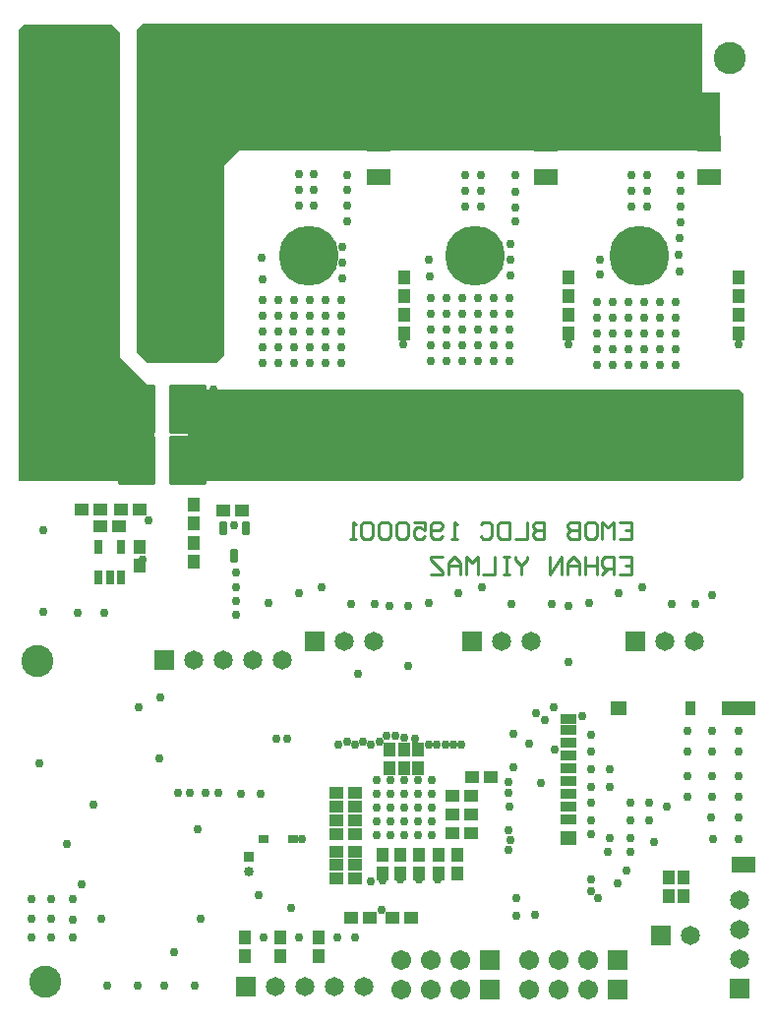
<source format=gbs>
%FSLAX44Y44*%
%MOMM*%
G71*
G01*
G75*
G04 Layer_Color=16711935*
%ADD10R,1.0000X0.9500*%
%ADD11R,1.6002X1.2700*%
%ADD12R,2.2000X1.1000*%
%ADD13R,0.9500X1.0000*%
%ADD14R,0.6500X0.4000*%
%ADD15O,0.6000X1.9000*%
%ADD16R,2.2000X1.4000*%
%ADD17R,0.9000X1.4000*%
%ADD18R,1.0000X0.4000*%
%ADD19R,0.8000X0.8000*%
%ADD20R,0.4000X1.4000*%
%ADD21R,2.3000X1.9000*%
%ADD22R,1.8000X1.9000*%
%ADD23R,1.1500X1.4000*%
%ADD24R,0.6000X1.2000*%
%ADD25R,0.8000X0.6000*%
%ADD26R,0.6000X0.8000*%
%ADD27R,0.5000X0.6000*%
%ADD28R,1.6000X3.9000*%
%ADD29R,2.1000X5.8000*%
%ADD30R,1.0000X0.6000*%
G04:AMPARAMS|DCode=31|XSize=1.05mm|YSize=3.82mm|CornerRadius=0.0525mm|HoleSize=0mm|Usage=FLASHONLY|Rotation=180.000|XOffset=0mm|YOffset=0mm|HoleType=Round|Shape=RoundedRectangle|*
%AMROUNDEDRECTD31*
21,1,1.0500,3.7150,0,0,180.0*
21,1,0.9450,3.8200,0,0,180.0*
1,1,0.1050,-0.4725,1.8575*
1,1,0.1050,0.4725,1.8575*
1,1,0.1050,0.4725,-1.8575*
1,1,0.1050,-0.4725,-1.8575*
%
%ADD31ROUNDEDRECTD31*%
G04:AMPARAMS|DCode=32|XSize=7.48mm|YSize=8.55mm|CornerRadius=0.0374mm|HoleSize=0mm|Usage=FLASHONLY|Rotation=90.000|XOffset=0mm|YOffset=0mm|HoleType=Round|Shape=RoundedRectangle|*
%AMROUNDEDRECTD32*
21,1,7.4800,8.4752,0,0,90.0*
21,1,7.4052,8.5500,0,0,90.0*
1,1,0.0748,4.2376,3.7026*
1,1,0.0748,4.2376,-3.7026*
1,1,0.0748,-4.2376,-3.7026*
1,1,0.0748,-4.2376,3.7026*
%
%ADD32ROUNDEDRECTD32*%
G04:AMPARAMS|DCode=33|XSize=0.6mm|YSize=1mm|CornerRadius=0.15mm|HoleSize=0mm|Usage=FLASHONLY|Rotation=90.000|XOffset=0mm|YOffset=0mm|HoleType=Round|Shape=RoundedRectangle|*
%AMROUNDEDRECTD33*
21,1,0.6000,0.7000,0,0,90.0*
21,1,0.3000,1.0000,0,0,90.0*
1,1,0.3000,0.3500,0.1500*
1,1,0.3000,0.3500,-0.1500*
1,1,0.3000,-0.3500,-0.1500*
1,1,0.3000,-0.3500,0.1500*
%
%ADD33ROUNDEDRECTD33*%
%ADD34R,1.8500X1.3000*%
%ADD35R,1.3000X1.8500*%
%ADD36O,1.6500X0.3000*%
%ADD37O,0.3000X1.6500*%
%ADD38R,7.0000X7.0000*%
%ADD39C,0.2500*%
%ADD40C,0.5000*%
%ADD41C,0.8000*%
%ADD42C,0.3500*%
%ADD43C,1.2000*%
%ADD44C,0.2540*%
%ADD45C,0.2032*%
%ADD46C,0.4000*%
%ADD47C,0.6000*%
%ADD48C,1.0000*%
%ADD49C,0.7500*%
%ADD50C,0.7620*%
%ADD51C,1.1000*%
%ADD52C,1.0160*%
%ADD53R,1.5500X1.5500*%
%ADD54C,1.5500*%
%ADD55C,1.5000*%
%ADD56R,1.5000X1.5000*%
%ADD57C,0.7000*%
%ADD58R,0.7000X0.7000*%
%ADD59R,1.5000X1.5000*%
%ADD60C,2.0000*%
G04:AMPARAMS|DCode=61|XSize=1.55mm|YSize=1.55mm|CornerRadius=0.0465mm|HoleSize=0mm|Usage=FLASHONLY|Rotation=180.000|XOffset=0mm|YOffset=0mm|HoleType=Round|Shape=RoundedRectangle|*
%AMROUNDEDRECTD61*
21,1,1.5500,1.4570,0,0,180.0*
21,1,1.4570,1.5500,0,0,180.0*
1,1,0.0930,-0.7285,0.7285*
1,1,0.0930,0.7285,0.7285*
1,1,0.0930,0.7285,-0.7285*
1,1,0.0930,-0.7285,-0.7285*
%
%ADD61ROUNDEDRECTD61*%
%ADD62C,0.6000*%
%ADD63C,5.0000*%
%ADD64R,1.9000X1.3000*%
%ADD65R,2.8000X1.0000*%
%ADD66R,0.8000X1.0000*%
%ADD67R,1.2000X0.7000*%
%ADD68R,1.2000X1.0000*%
%ADD69R,0.6000X1.0000*%
G04:AMPARAMS|DCode=70|XSize=0.6mm|YSize=1mm|CornerRadius=0.051mm|HoleSize=0mm|Usage=FLASHONLY|Rotation=180.000|XOffset=0mm|YOffset=0mm|HoleType=Round|Shape=RoundedRectangle|*
%AMROUNDEDRECTD70*
21,1,0.6000,0.8980,0,0,180.0*
21,1,0.4980,1.0000,0,0,180.0*
1,1,0.1020,-0.2490,0.4490*
1,1,0.1020,0.2490,0.4490*
1,1,0.1020,0.2490,-0.4490*
1,1,0.1020,-0.2490,-0.4490*
%
%ADD70ROUNDEDRECTD70*%
G04:AMPARAMS|DCode=71|XSize=3.1mm|YSize=4mm|CornerRadius=0.0465mm|HoleSize=0mm|Usage=FLASHONLY|Rotation=180.000|XOffset=0mm|YOffset=0mm|HoleType=Round|Shape=RoundedRectangle|*
%AMROUNDEDRECTD71*
21,1,3.1000,3.9070,0,0,180.0*
21,1,3.0070,4.0000,0,0,180.0*
1,1,0.0930,-1.5035,1.9535*
1,1,0.0930,1.5035,1.9535*
1,1,0.0930,1.5035,-1.9535*
1,1,0.0930,-1.5035,-1.9535*
%
%ADD71ROUNDEDRECTD71*%
%ADD72R,2.1590X2.7430*%
%ADD73C,0.1000*%
%ADD74C,0.1524*%
%ADD75C,0.2000*%
%ADD76C,0.2000*%
%ADD77C,0.1778*%
%ADD78C,0.1016*%
%ADD79C,0.3556*%
%ADD80R,0.8000X0.3000*%
%ADD81R,0.5080X2.1844*%
%ADD82R,1.6000X0.5000*%
%ADD83R,0.8250X0.2000*%
%ADD84R,1.1524X1.1024*%
%ADD85R,1.7526X1.4224*%
%ADD86R,2.3524X1.2524*%
%ADD87R,1.1024X1.1524*%
%ADD88R,0.8024X0.5524*%
%ADD89O,0.7524X2.0524*%
%ADD90R,2.3524X1.5524*%
%ADD91R,1.0524X1.5524*%
%ADD92R,1.2032X0.6032*%
%ADD93R,0.9524X0.9524*%
%ADD94R,0.5524X1.5524*%
%ADD95R,2.4524X2.0524*%
%ADD96R,1.9524X2.0524*%
%ADD97R,1.3024X1.5524*%
%ADD98R,0.7524X1.3524*%
%ADD99R,0.9524X0.7524*%
%ADD100R,0.7524X0.9524*%
%ADD101R,0.6000X0.7000*%
%ADD102R,1.7524X4.0524*%
%ADD103R,2.2524X5.9524*%
%ADD104R,1.1524X0.7524*%
G04:AMPARAMS|DCode=105|XSize=1.2024mm|YSize=3.9724mm|CornerRadius=0.1287mm|HoleSize=0mm|Usage=FLASHONLY|Rotation=180.000|XOffset=0mm|YOffset=0mm|HoleType=Round|Shape=RoundedRectangle|*
%AMROUNDEDRECTD105*
21,1,1.2024,3.7150,0,0,180.0*
21,1,0.9450,3.9724,0,0,180.0*
1,1,0.2574,-0.4725,1.8575*
1,1,0.2574,0.4725,1.8575*
1,1,0.2574,0.4725,-1.8575*
1,1,0.2574,-0.4725,-1.8575*
%
%ADD105ROUNDEDRECTD105*%
G04:AMPARAMS|DCode=106|XSize=7.6324mm|YSize=8.7024mm|CornerRadius=0.1136mm|HoleSize=0mm|Usage=FLASHONLY|Rotation=90.000|XOffset=0mm|YOffset=0mm|HoleType=Round|Shape=RoundedRectangle|*
%AMROUNDEDRECTD106*
21,1,7.6324,8.4752,0,0,90.0*
21,1,7.4052,8.7024,0,0,90.0*
1,1,0.2272,4.2376,3.7026*
1,1,0.2272,4.2376,-3.7026*
1,1,0.2272,-4.2376,-3.7026*
1,1,0.2272,-4.2376,3.7026*
%
%ADD106ROUNDEDRECTD106*%
G04:AMPARAMS|DCode=107|XSize=0.7524mm|YSize=1.1524mm|CornerRadius=0.2262mm|HoleSize=0mm|Usage=FLASHONLY|Rotation=90.000|XOffset=0mm|YOffset=0mm|HoleType=Round|Shape=RoundedRectangle|*
%AMROUNDEDRECTD107*
21,1,0.7524,0.7000,0,0,90.0*
21,1,0.3000,1.1524,0,0,90.0*
1,1,0.4524,0.3500,0.1500*
1,1,0.4524,0.3500,-0.1500*
1,1,0.4524,-0.3500,-0.1500*
1,1,0.4524,-0.3500,0.1500*
%
%ADD107ROUNDEDRECTD107*%
%ADD108R,2.0024X1.4524*%
%ADD109R,1.4524X2.0024*%
%ADD110O,1.8024X0.4524*%
%ADD111O,0.4524X1.8024*%
%ADD112R,7.1524X7.1524*%
%ADD113R,1.7024X1.7024*%
%ADD114C,1.7024*%
%ADD115C,1.6524*%
%ADD116R,1.6524X1.6524*%
%ADD117C,0.8524*%
%ADD118R,0.8524X0.8524*%
%ADD119R,1.6524X1.6524*%
%ADD120C,2.7620*%
G04:AMPARAMS|DCode=121|XSize=1.7024mm|YSize=1.7024mm|CornerRadius=0.1227mm|HoleSize=0mm|Usage=FLASHONLY|Rotation=180.000|XOffset=0mm|YOffset=0mm|HoleType=Round|Shape=RoundedRectangle|*
%AMROUNDEDRECTD121*
21,1,1.7024,1.4570,0,0,180.0*
21,1,1.4570,1.7024,0,0,180.0*
1,1,0.2454,-0.7285,0.7285*
1,1,0.2454,0.7285,0.7285*
1,1,0.2454,0.7285,-0.7285*
1,1,0.2454,-0.7285,-0.7285*
%
%ADD121ROUNDEDRECTD121*%
%ADD122C,0.7524*%
%ADD123C,5.1524*%
%ADD124R,2.0524X1.4524*%
%ADD125R,2.9524X1.1524*%
%ADD126R,0.9524X1.1524*%
%ADD127R,1.3524X0.8524*%
%ADD128R,1.3524X1.1524*%
%ADD129R,0.7524X1.1524*%
G04:AMPARAMS|DCode=130|XSize=0.7524mm|YSize=1.1524mm|CornerRadius=0.1272mm|HoleSize=0mm|Usage=FLASHONLY|Rotation=180.000|XOffset=0mm|YOffset=0mm|HoleType=Round|Shape=RoundedRectangle|*
%AMROUNDEDRECTD130*
21,1,0.7524,0.8980,0,0,180.0*
21,1,0.4980,1.1524,0,0,180.0*
1,1,0.2544,-0.2490,0.4490*
1,1,0.2544,0.2490,0.4490*
1,1,0.2544,0.2490,-0.4490*
1,1,0.2544,-0.2490,-0.4490*
%
%ADD130ROUNDEDRECTD130*%
G04:AMPARAMS|DCode=131|XSize=3.2524mm|YSize=4.1524mm|CornerRadius=0.1227mm|HoleSize=0mm|Usage=FLASHONLY|Rotation=180.000|XOffset=0mm|YOffset=0mm|HoleType=Round|Shape=RoundedRectangle|*
%AMROUNDEDRECTD131*
21,1,3.2524,3.9070,0,0,180.0*
21,1,3.0070,4.1524,0,0,180.0*
1,1,0.2454,-1.5035,1.9535*
1,1,0.2454,1.5035,1.9535*
1,1,0.2454,1.5035,-1.9535*
1,1,0.2454,-1.5035,-1.9535*
%
%ADD131ROUNDEDRECTD131*%
%ADD132R,2.3114X2.8954*%
G36*
X654203Y1324032D02*
X661545Y1316937D01*
X661554Y1316929D01*
Y1037723D01*
Y1037626D01*
X691754Y1008444D01*
Y1008047D01*
X691754Y1008047D01*
X691754Y1008047D01*
Y931238D01*
X645154D01*
X645154Y931238D01*
X574468D01*
Y931238D01*
Y1320110D01*
X578527Y1324032D01*
X654203D01*
Y1324032D01*
D02*
G37*
G36*
X1198954Y1006409D02*
Y934894D01*
Y934598D01*
X1195154Y930926D01*
X1195048Y931028D01*
X720205D01*
Y931030D01*
X720154Y931079D01*
Y1009716D01*
X720381Y1009812D01*
Y1009812D01*
X720382Y1009812D01*
X1195433D01*
X1198954Y1006409D01*
D02*
G37*
G36*
X1163154Y1266032D02*
X1178154D01*
Y1215532D01*
X1177960Y1215344D01*
X1094659D01*
X1094659Y1215344D01*
X813548D01*
X813457Y1215432D01*
X764894D01*
X764803Y1215344D01*
X764686D01*
X751995Y1203032D01*
Y1041032D01*
X751995Y1041032D01*
X751995Y1041032D01*
X751995Y1039910D01*
X744905Y1033032D01*
X685356D01*
X676154Y1041958D01*
Y1043032D01*
Y1319287D01*
X676170Y1319302D01*
X681489Y1324462D01*
Y1324718D01*
X1163154D01*
Y1266032D01*
D02*
G37*
D39*
X1092157Y866027D02*
X1102154D01*
Y851032D01*
X1092157D01*
X1102154Y858530D02*
X1097156D01*
X1087159Y851032D02*
Y866027D01*
X1079661D01*
X1077162Y863528D01*
Y858530D01*
X1079661Y856030D01*
X1087159D01*
X1082160D02*
X1077162Y851032D01*
X1072164Y866027D02*
Y851032D01*
Y858530D01*
X1062167D01*
Y866027D01*
Y851032D01*
X1057169D02*
Y861029D01*
X1052170Y866027D01*
X1047172Y861029D01*
Y851032D01*
Y858530D01*
X1057169D01*
X1042173Y851032D02*
Y866027D01*
X1032177Y851032D01*
Y866027D01*
X1012183D02*
Y863528D01*
X1007185Y858530D01*
X1002186Y863528D01*
Y866027D01*
X1007185Y858530D02*
Y851032D01*
X997188Y866027D02*
X992190D01*
X994689D01*
Y851032D01*
X997188D01*
X992190D01*
X984692Y866027D02*
Y851032D01*
X974695D01*
X969697D02*
Y866027D01*
X964698Y861029D01*
X959700Y866027D01*
Y851032D01*
X954702D02*
Y861029D01*
X949703Y866027D01*
X944705Y861029D01*
Y851032D01*
Y858530D01*
X954702D01*
X939707Y866027D02*
X929710D01*
Y863528D01*
X939707Y853531D01*
Y851032D01*
X929710D01*
X1092157Y896027D02*
X1102154D01*
Y881032D01*
X1092157D01*
X1102154Y888530D02*
X1097156D01*
X1087159Y881032D02*
Y896027D01*
X1082160Y891029D01*
X1077162Y896027D01*
Y881032D01*
X1064666Y896027D02*
X1069665D01*
X1072164Y893528D01*
Y883531D01*
X1069665Y881032D01*
X1064666D01*
X1062167Y883531D01*
Y893528D01*
X1064666Y896027D01*
X1057169D02*
Y881032D01*
X1049671D01*
X1047172Y883531D01*
Y886030D01*
X1049671Y888530D01*
X1057169D01*
X1049671D01*
X1047172Y891029D01*
Y893528D01*
X1049671Y896027D01*
X1057169D01*
X1027178D02*
Y881032D01*
X1019681D01*
X1017181Y883531D01*
Y886030D01*
X1019681Y888530D01*
X1027178D01*
X1019681D01*
X1017181Y891029D01*
Y893528D01*
X1019681Y896027D01*
X1027178D01*
X1012183D02*
Y881032D01*
X1002186D01*
X997188Y896027D02*
Y881032D01*
X989690D01*
X987191Y883531D01*
Y893528D01*
X989690Y896027D01*
X997188D01*
X972196Y893528D02*
X974695Y896027D01*
X979694D01*
X982193Y893528D01*
Y883531D01*
X979694Y881032D01*
X974695D01*
X972196Y883531D01*
X952203Y881032D02*
X947204D01*
X949703D01*
Y896027D01*
X952203Y893528D01*
X939707Y883531D02*
X937207Y881032D01*
X932209D01*
X929710Y883531D01*
Y893528D01*
X932209Y896027D01*
X937207D01*
X939707Y893528D01*
Y891029D01*
X937207Y888530D01*
X929710D01*
X914715Y896027D02*
X924712D01*
Y888530D01*
X919713Y891029D01*
X917214D01*
X914715Y888530D01*
Y883531D01*
X917214Y881032D01*
X922212D01*
X924712Y883531D01*
X909716Y893528D02*
X907217Y896027D01*
X902219D01*
X899720Y893528D01*
Y883531D01*
X902219Y881032D01*
X907217D01*
X909716Y883531D01*
Y893528D01*
X894721D02*
X892222Y896027D01*
X887224D01*
X884724Y893528D01*
Y883531D01*
X887224Y881032D01*
X892222D01*
X894721Y883531D01*
Y893528D01*
X879726D02*
X877227Y896027D01*
X872228D01*
X869729Y893528D01*
Y883531D01*
X872228Y881032D01*
X877227D01*
X879726Y883531D01*
Y893528D01*
X864731Y881032D02*
X859733D01*
X862232D01*
Y896027D01*
X864731Y893528D01*
D84*
X877154Y555032D02*
D03*
X861154D02*
D03*
X896154D02*
D03*
X912154D02*
D03*
X679153Y907031D02*
D03*
X663153D02*
D03*
X629153D02*
D03*
X645153D02*
D03*
Y892031D02*
D03*
X661153D02*
D03*
X767154Y905838D02*
D03*
X751154D02*
D03*
X848154Y663032D02*
D03*
X864154D02*
D03*
X848154Y651032D02*
D03*
X864154D02*
D03*
X848154Y639032D02*
D03*
X864154D02*
D03*
X964154Y628032D02*
D03*
X948154D02*
D03*
X964154Y644032D02*
D03*
X948154D02*
D03*
X948154Y660032D02*
D03*
X964154D02*
D03*
X965154Y676032D02*
D03*
X981154D02*
D03*
X864154Y600713D02*
D03*
X848154D02*
D03*
X848154Y589032D02*
D03*
X864154D02*
D03*
X848154Y612032D02*
D03*
X864154D02*
D03*
X864154Y627032D02*
D03*
X848154D02*
D03*
D87*
X1134394Y574032D02*
D03*
Y590032D02*
D03*
X1146744Y574032D02*
D03*
Y590032D02*
D03*
X800154Y538032D02*
D03*
Y522032D02*
D03*
X769154D02*
D03*
Y538032D02*
D03*
X833154Y522032D02*
D03*
Y538032D02*
D03*
X952154Y609032D02*
D03*
Y593032D02*
D03*
X936154Y609032D02*
D03*
Y593032D02*
D03*
X903154D02*
D03*
Y609032D02*
D03*
X919154Y593032D02*
D03*
Y609032D02*
D03*
X888154Y593032D02*
D03*
Y609032D02*
D03*
X894154Y700032D02*
D03*
Y684032D02*
D03*
X918154Y700032D02*
D03*
Y684032D02*
D03*
X906154Y700032D02*
D03*
Y684032D02*
D03*
X679153Y874031D02*
D03*
Y858031D02*
D03*
X725154Y911032D02*
D03*
Y895032D02*
D03*
X906154Y1074032D02*
D03*
Y1058032D02*
D03*
X1048154Y1074032D02*
D03*
Y1058032D02*
D03*
X1194154Y1074032D02*
D03*
Y1058032D02*
D03*
X725154Y878032D02*
D03*
Y862032D02*
D03*
X906154Y1106032D02*
D03*
Y1090032D02*
D03*
X1048154Y1106032D02*
D03*
Y1090032D02*
D03*
X1194154Y1106032D02*
D03*
Y1090032D02*
D03*
D99*
X810654Y623032D02*
D03*
X785654D02*
D03*
D108*
X1169154Y1221532D02*
D03*
Y1192532D02*
D03*
X1028154Y1221532D02*
D03*
Y1192532D02*
D03*
X884154Y1221532D02*
D03*
Y1192532D02*
D03*
D109*
X653654Y1125032D02*
D03*
X682654D02*
D03*
X683654Y1164032D02*
D03*
X654654D02*
D03*
D113*
X980254Y493332D02*
D03*
Y518732D02*
D03*
X1090254Y493332D02*
D03*
Y518732D02*
D03*
D114*
X954854Y493332D02*
D03*
X929454D02*
D03*
X904054D02*
D03*
Y518732D02*
D03*
X929454D02*
D03*
X954854D02*
D03*
X627654Y1055032D02*
D03*
Y1228032D02*
D03*
X1064854Y493332D02*
D03*
X1039454D02*
D03*
X1014054D02*
D03*
Y518732D02*
D03*
X1039454D02*
D03*
X1064854D02*
D03*
D115*
X1155954Y793032D02*
D03*
X1130554D02*
D03*
X1015954D02*
D03*
X990554D02*
D03*
X879954D02*
D03*
X854554D02*
D03*
X1195154Y519432D02*
D03*
Y544832D02*
D03*
Y570232D02*
D03*
X1153144Y540032D02*
D03*
X795554Y496032D02*
D03*
X820954D02*
D03*
X846354D02*
D03*
X871754D02*
D03*
X725554Y777032D02*
D03*
X750954D02*
D03*
X776354D02*
D03*
X801754D02*
D03*
D116*
X1105154Y793032D02*
D03*
X965154D02*
D03*
X829154D02*
D03*
X1127744Y540032D02*
D03*
X770154Y496032D02*
D03*
X700154Y777032D02*
D03*
D117*
X773154Y594682D02*
D03*
D118*
Y607382D02*
D03*
D119*
X1195154Y494032D02*
D03*
D120*
X597154Y500032D02*
D03*
X1187154Y1295032D02*
D03*
X590497Y776032D02*
D03*
D121*
X702654Y1055032D02*
D03*
Y1228032D02*
D03*
D122*
X796654Y709532D02*
D03*
X805654D02*
D03*
X639154Y653032D02*
D03*
X616154Y619032D02*
D03*
X620986Y571032D02*
D03*
Y553632D02*
D03*
Y538032D02*
D03*
X603029Y571499D02*
D03*
Y554099D02*
D03*
Y538499D02*
D03*
X585654D02*
D03*
Y554099D02*
D03*
Y571499D02*
D03*
X899154Y712032D02*
D03*
X891154D02*
D03*
X1000154Y685032D02*
D03*
X927879Y704032D02*
D03*
X934879D02*
D03*
X941879D02*
D03*
X948879D02*
D03*
X955879D02*
D03*
X1194154Y622875D02*
D03*
X1172154D02*
D03*
X1171154Y642032D02*
D03*
X1150504Y716032D02*
D03*
X1150204Y698032D02*
D03*
Y677032D02*
D03*
Y659254D02*
D03*
X1171658Y716032D02*
D03*
X1171358Y698032D02*
D03*
Y677032D02*
D03*
Y659254D02*
D03*
X1194154Y642032D02*
D03*
Y659254D02*
D03*
Y677032D02*
D03*
Y698032D02*
D03*
X1194454Y716032D02*
D03*
X1082154Y612032D02*
D03*
X1083154Y624232D02*
D03*
X1100956Y612032D02*
D03*
Y624232D02*
D03*
Y639032D02*
D03*
X1117154D02*
D03*
Y654032D02*
D03*
X1002972Y572032D02*
D03*
X1018982Y558032D02*
D03*
X1002944Y557032D02*
D03*
X1047954Y624232D02*
D03*
X1067154Y588032D02*
D03*
Y627032D02*
D03*
X1100956Y654032D02*
D03*
X725154Y911032D02*
D03*
X645153Y907031D02*
D03*
X686154Y897032D02*
D03*
X681154Y863782D02*
D03*
X760461Y893032D02*
D03*
X906154Y1106032D02*
D03*
X1194154D02*
D03*
X596154Y889032D02*
D03*
X1024154Y671032D02*
D03*
X1083154Y668032D02*
D03*
X1083154Y683032D02*
D03*
X833154Y538032D02*
D03*
X800154D02*
D03*
X769154Y538032D02*
D03*
X696932Y744810D02*
D03*
X935654Y588032D02*
D03*
X919154Y588532D02*
D03*
X878153Y586532D02*
D03*
X887654Y587532D02*
D03*
X903154Y588032D02*
D03*
X906154Y710282D02*
D03*
X916154Y709532D02*
D03*
X996924Y651144D02*
D03*
X996154Y631032D02*
D03*
X997974Y621894D02*
D03*
X996153Y613533D02*
D03*
X887154Y562032D02*
D03*
X912154Y555032D02*
D03*
X818154Y623032D02*
D03*
X848154Y602032D02*
D03*
X847404Y663032D02*
D03*
X848154Y651032D02*
D03*
X766154Y662032D02*
D03*
X783154D02*
D03*
X964154Y644032D02*
D03*
Y628032D02*
D03*
X882654Y638282D02*
D03*
X894654D02*
D03*
X918654D02*
D03*
X930654D02*
D03*
X906654D02*
D03*
X882654Y661782D02*
D03*
X894654D02*
D03*
X918654D02*
D03*
X930654D02*
D03*
X906654D02*
D03*
X930654Y650032D02*
D03*
X918654D02*
D03*
X882654D02*
D03*
X894654D02*
D03*
X906654D02*
D03*
X882654Y626532D02*
D03*
X894654D02*
D03*
X918654D02*
D03*
X930654D02*
D03*
X906654D02*
D03*
Y673532D02*
D03*
X930654D02*
D03*
X918654D02*
D03*
X894654D02*
D03*
X882654D02*
D03*
X1111154Y840032D02*
D03*
X973154D02*
D03*
X835154D02*
D03*
X696154Y692032D02*
D03*
X712154Y663032D02*
D03*
X746154D02*
D03*
X735154D02*
D03*
X722154D02*
D03*
X708654Y525532D02*
D03*
X785154Y538032D02*
D03*
X864154Y538032D02*
D03*
X849154Y538032D02*
D03*
X816154D02*
D03*
X809436Y564032D02*
D03*
X895409Y555032D02*
D03*
X877154D02*
D03*
X1073626Y572504D02*
D03*
X1067154Y578032D02*
D03*
X1036404Y700032D02*
D03*
X1027654Y725532D02*
D03*
X1067154Y698032D02*
D03*
X1019654Y731212D02*
D03*
X885154Y707032D02*
D03*
X857154D02*
D03*
X871154D02*
D03*
X878153Y704532D02*
D03*
X910154Y824032D02*
D03*
X864153Y704532D02*
D03*
X781154Y575032D02*
D03*
X1013854Y705532D02*
D03*
X1000654Y713532D02*
D03*
X648404Y818032D02*
D03*
X596154Y818192D02*
D03*
X625314Y818032D02*
D03*
X881154Y825032D02*
D03*
X1157154D02*
D03*
X789930Y826032D02*
D03*
X927904D02*
D03*
X1171358Y833018D02*
D03*
X1091154Y835032D02*
D03*
X1065904Y826032D02*
D03*
X742154Y965032D02*
D03*
X1002038Y1154307D02*
D03*
Y1166753D02*
D03*
Y1180215D02*
D03*
X857842Y1154561D02*
D03*
Y1168531D02*
D03*
Y1181739D02*
D03*
X972320Y1167392D02*
D03*
X603029Y1289976D02*
D03*
Y1273790D02*
D03*
Y1256264D02*
D03*
X617730Y1289976D02*
D03*
Y1273790D02*
D03*
Y1256264D02*
D03*
X636797Y1289976D02*
D03*
Y1273790D02*
D03*
Y1256264D02*
D03*
X603029Y1308896D02*
D03*
X617730D02*
D03*
X636797D02*
D03*
X603029Y1178416D02*
D03*
Y1204902D02*
D03*
X617730Y1178416D02*
D03*
Y1204902D02*
D03*
X636797Y1178416D02*
D03*
Y1204902D02*
D03*
X603029Y1134290D02*
D03*
Y1086792D02*
D03*
Y1110414D02*
D03*
X617730Y1134290D02*
D03*
Y1086792D02*
D03*
Y1110414D02*
D03*
X636797Y1134290D02*
D03*
Y1086792D02*
D03*
Y1110414D02*
D03*
X603029Y1156950D02*
D03*
X617730D02*
D03*
X636797D02*
D03*
X652528Y972518D02*
D03*
Y1025350D02*
D03*
Y1011889D02*
D03*
X636763Y1025648D02*
D03*
Y1012062D02*
D03*
X617696Y1025848D02*
D03*
Y1012262D02*
D03*
X602964Y1026140D02*
D03*
Y1012553D02*
D03*
X652528Y959056D02*
D03*
Y999470D02*
D03*
Y985970D02*
D03*
X636763Y986278D02*
D03*
Y972816D02*
D03*
Y999730D02*
D03*
Y959230D02*
D03*
X617696Y986478D02*
D03*
Y973016D02*
D03*
Y999930D02*
D03*
Y959429D02*
D03*
X602964Y986770D02*
D03*
Y973308D02*
D03*
Y1000221D02*
D03*
Y959722D02*
D03*
X742154Y980032D02*
D03*
Y995032D02*
D03*
Y1010032D02*
D03*
X852938Y1105597D02*
D03*
Y1119097D02*
D03*
Y1132597D02*
D03*
X784682Y1105089D02*
D03*
X997974Y1108130D02*
D03*
Y1121630D02*
D03*
Y1135130D02*
D03*
X928366Y1106861D02*
D03*
X815562Y1195656D02*
D03*
X857842Y1194693D02*
D03*
X828378Y1195580D02*
D03*
X815562Y1182156D02*
D03*
X828378Y1182080D02*
D03*
X815562Y1168656D02*
D03*
X828378Y1168580D02*
D03*
X958720Y1194392D02*
D03*
X1002038Y1194439D02*
D03*
X972320Y1194392D02*
D03*
X958720Y1180892D02*
D03*
X972320D02*
D03*
X958720Y1167392D02*
D03*
X1074892Y1108841D02*
D03*
X1143472Y1111635D02*
D03*
X1142710Y1125859D02*
D03*
X1074638Y1121287D02*
D03*
X1144234Y1153808D02*
D03*
X1116040Y1167261D02*
D03*
X1144234Y1167308D02*
D03*
X1102440Y1167261D02*
D03*
X1116040Y1180761D02*
D03*
X1144234Y1180808D02*
D03*
X1102440Y1180761D02*
D03*
X1116040Y1194261D02*
D03*
X1144234Y1194308D02*
D03*
X1102440Y1194261D02*
D03*
X942682Y1034273D02*
D03*
Y1047773D02*
D03*
Y1061273D02*
D03*
Y1074773D02*
D03*
Y1088273D02*
D03*
X997082Y1034273D02*
D03*
X852522Y1046474D02*
D03*
X1085656Y1300357D02*
D03*
X1112856D02*
D03*
X1126456D02*
D03*
X1140055D02*
D03*
X1072056D02*
D03*
X1099256D02*
D03*
Y1286857D02*
D03*
X1072056D02*
D03*
X1140055D02*
D03*
X1126456D02*
D03*
X1112856D02*
D03*
X1085656D02*
D03*
X1099256Y1273357D02*
D03*
X1072056D02*
D03*
X1140055D02*
D03*
X1126456D02*
D03*
X1112856D02*
D03*
X1085656D02*
D03*
X1099256Y1259857D02*
D03*
X1072056D02*
D03*
X1140055D02*
D03*
X1126456D02*
D03*
X1112856D02*
D03*
X1085656D02*
D03*
X1099256Y1246357D02*
D03*
X1072056D02*
D03*
X1140055D02*
D03*
X1126456D02*
D03*
X1112856D02*
D03*
X1085656D02*
D03*
X937094Y1300762D02*
D03*
X964294D02*
D03*
X977894D02*
D03*
X991494D02*
D03*
X923494D02*
D03*
X950694D02*
D03*
Y1287262D02*
D03*
X923494D02*
D03*
X991494D02*
D03*
X977894D02*
D03*
X964294D02*
D03*
X937094D02*
D03*
X950694Y1273762D02*
D03*
X923494D02*
D03*
X991494D02*
D03*
X977894D02*
D03*
X964294D02*
D03*
X937094D02*
D03*
X950694Y1260262D02*
D03*
X923494D02*
D03*
X991494D02*
D03*
X977894D02*
D03*
X964294D02*
D03*
X937094D02*
D03*
X950694Y1246761D02*
D03*
X923494D02*
D03*
X991494D02*
D03*
X977894D02*
D03*
X964294D02*
D03*
X937094D02*
D03*
X799392Y1298755D02*
D03*
X826592D02*
D03*
X840192D02*
D03*
X853792D02*
D03*
X785792D02*
D03*
X812992D02*
D03*
Y1285255D02*
D03*
X785792D02*
D03*
X853792D02*
D03*
X840192D02*
D03*
X826592D02*
D03*
X799392D02*
D03*
X812992Y1271755D02*
D03*
X785792D02*
D03*
X853792D02*
D03*
X840192D02*
D03*
X826592D02*
D03*
X799392D02*
D03*
X812992Y1258255D02*
D03*
X785792D02*
D03*
X853792D02*
D03*
X840192D02*
D03*
X826592D02*
D03*
X799392D02*
D03*
X812992Y1244755D02*
D03*
X785792D02*
D03*
X853792D02*
D03*
X840192D02*
D03*
X826592D02*
D03*
X799392D02*
D03*
X969882Y1088273D02*
D03*
X983482D02*
D03*
X997082D02*
D03*
X929082D02*
D03*
X956282D02*
D03*
Y1074773D02*
D03*
X929082D02*
D03*
X997082D02*
D03*
X983482D02*
D03*
X969882D02*
D03*
X956282Y1061273D02*
D03*
X929082D02*
D03*
X997082D02*
D03*
X983482D02*
D03*
X969882D02*
D03*
X956282Y1047773D02*
D03*
X929082D02*
D03*
X997082D02*
D03*
X983482D02*
D03*
X969882D02*
D03*
X956282Y1034273D02*
D03*
X929082D02*
D03*
X983482D02*
D03*
X969882D02*
D03*
X1085792Y1085351D02*
D03*
X1112992D02*
D03*
X1126592D02*
D03*
X1140192D02*
D03*
X1072192D02*
D03*
X1099392D02*
D03*
Y1071851D02*
D03*
X1072192D02*
D03*
X1140192D02*
D03*
X1126592D02*
D03*
X1112992D02*
D03*
X1085792D02*
D03*
X1099392Y1058351D02*
D03*
X1072192D02*
D03*
X1140192D02*
D03*
X1126592D02*
D03*
X1112992D02*
D03*
X1085792D02*
D03*
X1099392Y1044851D02*
D03*
X1072192D02*
D03*
X1140192D02*
D03*
X1126592D02*
D03*
X1112992D02*
D03*
X1085792D02*
D03*
X1099392Y1031351D02*
D03*
X1072192D02*
D03*
X1140192D02*
D03*
X1126592D02*
D03*
X1112992D02*
D03*
X1085792D02*
D03*
X797922Y1032974D02*
D03*
X825322D02*
D03*
X838922D02*
D03*
X852522D02*
D03*
X811722D02*
D03*
X825322Y1046474D02*
D03*
X838922D02*
D03*
X784522D02*
D03*
X811722D02*
D03*
X797922Y1059974D02*
D03*
X825322D02*
D03*
X838922D02*
D03*
X852522D02*
D03*
X784522D02*
D03*
X797922Y1073474D02*
D03*
X825322D02*
D03*
X838922D02*
D03*
X852522D02*
D03*
X784522D02*
D03*
X811722D02*
D03*
Y1086974D02*
D03*
X784522D02*
D03*
X852522D02*
D03*
X838922D02*
D03*
X825322D02*
D03*
X797922D02*
D03*
X783928Y1123573D02*
D03*
X927998Y1121795D02*
D03*
X722886Y1134344D02*
D03*
X704138D02*
D03*
X722886Y1110468D02*
D03*
Y1086846D02*
D03*
X704138Y1110468D02*
D03*
Y1086846D02*
D03*
X736602Y1273790D02*
D03*
Y1308896D02*
D03*
Y1289976D02*
D03*
X717854Y1273790D02*
D03*
Y1308896D02*
D03*
Y1289976D02*
D03*
Y1256264D02*
D03*
X736602D02*
D03*
X899597Y1287838D02*
D03*
Y1246312D02*
D03*
Y1259898D02*
D03*
Y1273360D02*
D03*
X1032820Y1286002D02*
D03*
Y1244475D02*
D03*
Y1258062D02*
D03*
Y1271524D02*
D03*
X899597Y1300237D02*
D03*
X1032820Y1300454D02*
D03*
X704138Y1178470D02*
D03*
Y1157004D02*
D03*
X722886Y1178470D02*
D03*
Y1157004D02*
D03*
X704138Y1204956D02*
D03*
X722886D02*
D03*
X651498Y1156950D02*
D03*
Y1110414D02*
D03*
Y1086792D02*
D03*
Y1134290D02*
D03*
Y1204902D02*
D03*
Y1178416D02*
D03*
Y1308896D02*
D03*
Y1256264D02*
D03*
Y1273790D02*
D03*
Y1289976D02*
D03*
X769242Y1223141D02*
D03*
Y1256853D02*
D03*
Y1275773D02*
D03*
Y1240667D02*
D03*
X737824Y1204956D02*
D03*
Y1157004D02*
D03*
Y1178470D02*
D03*
Y1086846D02*
D03*
Y1110468D02*
D03*
Y1134344D02*
D03*
X882988Y1300023D02*
D03*
Y1273146D02*
D03*
Y1259684D02*
D03*
Y1246097D02*
D03*
Y1287624D02*
D03*
X1018497Y1288095D02*
D03*
Y1246569D02*
D03*
Y1260155D02*
D03*
Y1273617D02*
D03*
Y1300494D02*
D03*
X819154Y1002032D02*
D03*
Y987032D02*
D03*
Y972032D02*
D03*
Y957032D02*
D03*
Y942032D02*
D03*
X1143980Y1140591D02*
D03*
X811066Y1060266D02*
D03*
X798111Y1046550D02*
D03*
X784650Y1032928D02*
D03*
X769242Y1291267D02*
D03*
X860504Y825532D02*
D03*
X998504D02*
D03*
X1136504D02*
D03*
X848154Y627032D02*
D03*
X1067154Y713032D02*
D03*
X1067154Y683032D02*
D03*
X1067154Y668032D02*
D03*
Y654032D02*
D03*
Y639032D02*
D03*
X1152954Y735732D02*
D03*
X1035154Y736032D02*
D03*
X1048154Y824032D02*
D03*
X910154Y772032D02*
D03*
X592154Y688032D02*
D03*
X729154Y631872D02*
D03*
X731154Y554032D02*
D03*
X646154D02*
D03*
X1098154Y596282D02*
D03*
X1121694Y620532D02*
D03*
X964154Y660032D02*
D03*
X996154Y672032D02*
D03*
Y663032D02*
D03*
X860409Y555032D02*
D03*
X850154Y704532D02*
D03*
X629154Y584032D02*
D03*
X1132744Y651144D02*
D03*
X1060154Y729032D02*
D03*
X831154Y942032D02*
D03*
Y957032D02*
D03*
Y972032D02*
D03*
Y987032D02*
D03*
Y1002032D02*
D03*
X854154Y942032D02*
D03*
Y957032D02*
D03*
Y972032D02*
D03*
Y987032D02*
D03*
Y1002032D02*
D03*
X866154D02*
D03*
Y987032D02*
D03*
Y972032D02*
D03*
Y957032D02*
D03*
Y942032D02*
D03*
X890154D02*
D03*
Y957032D02*
D03*
Y972032D02*
D03*
Y987032D02*
D03*
Y1002032D02*
D03*
X878154D02*
D03*
Y987032D02*
D03*
Y972032D02*
D03*
Y957032D02*
D03*
Y942032D02*
D03*
X1022154D02*
D03*
Y957032D02*
D03*
Y972032D02*
D03*
Y987032D02*
D03*
Y1002032D02*
D03*
X1034154D02*
D03*
Y987032D02*
D03*
Y972032D02*
D03*
Y957032D02*
D03*
Y942032D02*
D03*
X1010154D02*
D03*
Y957032D02*
D03*
Y972032D02*
D03*
Y987032D02*
D03*
Y1002032D02*
D03*
X998154D02*
D03*
Y987032D02*
D03*
Y972032D02*
D03*
Y957032D02*
D03*
Y942032D02*
D03*
X975154Y1002032D02*
D03*
Y987032D02*
D03*
Y972032D02*
D03*
Y957032D02*
D03*
Y942032D02*
D03*
X963154D02*
D03*
Y957032D02*
D03*
Y972032D02*
D03*
Y987032D02*
D03*
Y1002032D02*
D03*
X1107154D02*
D03*
Y987032D02*
D03*
Y972032D02*
D03*
Y957032D02*
D03*
Y942032D02*
D03*
X1119154D02*
D03*
Y957032D02*
D03*
Y972032D02*
D03*
Y987032D02*
D03*
Y1002032D02*
D03*
X1142154Y942032D02*
D03*
Y957032D02*
D03*
Y972032D02*
D03*
Y987032D02*
D03*
Y1002032D02*
D03*
X1154154D02*
D03*
Y987032D02*
D03*
Y972032D02*
D03*
Y957032D02*
D03*
Y942032D02*
D03*
X1178154D02*
D03*
Y957032D02*
D03*
Y972032D02*
D03*
Y987032D02*
D03*
Y1002032D02*
D03*
X1166154D02*
D03*
Y987032D02*
D03*
Y972032D02*
D03*
Y957032D02*
D03*
Y942032D02*
D03*
X905654Y1049032D02*
D03*
X1194154D02*
D03*
X742154Y950032D02*
D03*
Y935032D02*
D03*
X866639Y765032D02*
D03*
X762154Y852032D02*
D03*
Y840032D02*
D03*
Y828032D02*
D03*
Y816032D02*
D03*
X816154Y835032D02*
D03*
X953154D02*
D03*
X894154Y824032D02*
D03*
X1033359Y825032D02*
D03*
X1048154Y1049032D02*
D03*
Y1106032D02*
D03*
X677154Y497032D02*
D03*
X700154D02*
D03*
X651154D02*
D03*
X726154D02*
D03*
X1090154Y584532D02*
D03*
X677972Y736032D02*
D03*
X1048154Y775032D02*
D03*
D123*
X1109154Y1125032D02*
D03*
X967154D02*
D03*
X824154D02*
D03*
D124*
X1198954Y600732D02*
D03*
D125*
X1194454Y735732D02*
D03*
D126*
X1152954D02*
D03*
D127*
X1047954Y726232D02*
D03*
Y716732D02*
D03*
Y705732D02*
D03*
Y694732D02*
D03*
Y683732D02*
D03*
Y672732D02*
D03*
Y661732D02*
D03*
Y650732D02*
D03*
Y639732D02*
D03*
D128*
Y624232D02*
D03*
X1090954Y735732D02*
D03*
D129*
X662653Y874031D02*
D03*
X643653D02*
D03*
X662653Y848031D02*
D03*
X653153D02*
D03*
X643653D02*
D03*
D130*
X760461Y866782D02*
D03*
X769960Y890782D02*
D03*
X750961D02*
D03*
D131*
X720154Y993032D02*
D03*
X676154D02*
D03*
X720154Y949032D02*
D03*
X676154D02*
D03*
D132*
X691254Y1298032D02*
D03*
X647054D02*
D03*
M02*

</source>
